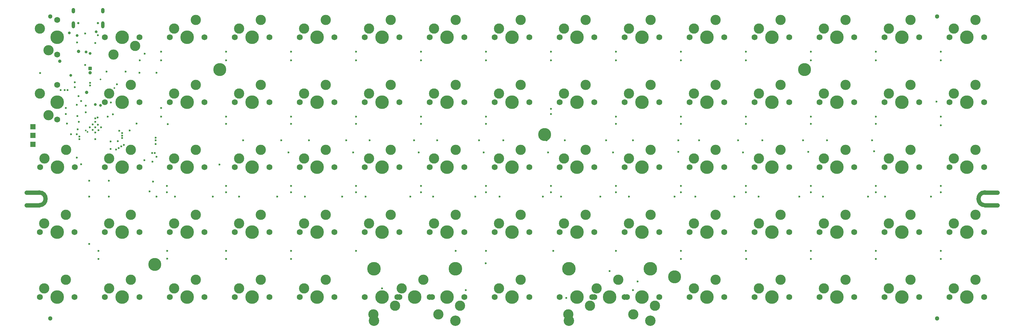
<source format=gbr>
%TF.GenerationSoftware,KiCad,Pcbnew,(6.0.4)*%
%TF.CreationDate,2022-09-08T11:42:32+01:00*%
%TF.ProjectId,nova75,6e6f7661-3735-42e6-9b69-6361645f7063,rev?*%
%TF.SameCoordinates,Original*%
%TF.FileFunction,Soldermask,Top*%
%TF.FilePolarity,Negative*%
%FSLAX46Y46*%
G04 Gerber Fmt 4.6, Leading zero omitted, Abs format (unit mm)*
G04 Created by KiCad (PCBNEW (6.0.4)) date 2022-09-08 11:42:32*
%MOMM*%
%LPD*%
G01*
G04 APERTURE LIST*
G04 Aperture macros list*
%AMRoundRect*
0 Rectangle with rounded corners*
0 $1 Rounding radius*
0 $2 $3 $4 $5 $6 $7 $8 $9 X,Y pos of 4 corners*
0 Add a 4 corners polygon primitive as box body*
4,1,4,$2,$3,$4,$5,$6,$7,$8,$9,$2,$3,0*
0 Add four circle primitives for the rounded corners*
1,1,$1+$1,$2,$3*
1,1,$1+$1,$4,$5*
1,1,$1+$1,$6,$7*
1,1,$1+$1,$8,$9*
0 Add four rect primitives between the rounded corners*
20,1,$1+$1,$2,$3,$4,$5,0*
20,1,$1+$1,$4,$5,$6,$7,0*
20,1,$1+$1,$6,$7,$8,$9,0*
20,1,$1+$1,$8,$9,$2,$3,0*%
G04 Aperture macros list end*
%ADD10C,1.250000*%
%ADD11C,3.000000*%
%ADD12C,1.750000*%
%ADD13C,3.987800*%
%ADD14C,2.200000*%
%ADD15C,3.800000*%
%ADD16C,3.048000*%
%ADD17C,1.300000*%
%ADD18R,1.500000X1.500000*%
%ADD19C,0.650000*%
%ADD20O,1.000000X1.600000*%
%ADD21O,1.000000X2.100000*%
%ADD22C,1.000000*%
%ADD23RoundRect,0.150000X0.350000X0.350000X-0.350000X0.350000X-0.350000X-0.350000X0.350000X-0.350000X0*%
%ADD24C,0.600000*%
%ADD25C,0.800000*%
%ADD26C,0.500000*%
G04 APERTURE END LIST*
D10*
%TO.C,HOLE*%
X28990518Y-109767675D02*
X32699418Y-109767675D01*
X32699418Y-106017675D02*
X28990518Y-106017675D01*
X32699418Y-109767675D02*
G75*
G03*
X32699418Y-106017675I0J1875000D01*
G01*
X309984710Y-109764059D02*
X313693610Y-109764059D01*
X313693610Y-106014059D02*
X309984710Y-106014059D01*
X309984710Y-106014059D02*
G75*
G03*
X309984710Y-109764059I0J-1875000D01*
G01*
%TD*%
D11*
%TO.C,K22*%
X148481700Y-77006330D03*
X154831700Y-74466330D03*
D12*
X147211700Y-79546330D03*
D13*
X152291700Y-79546330D03*
D12*
X157371700Y-79546330D03*
%TD*%
D11*
%TO.C,K20*%
X116731700Y-74466330D03*
D12*
X109111700Y-79546330D03*
X119271700Y-79546330D03*
D11*
X110381700Y-77006330D03*
D13*
X114191700Y-79546330D03*
%TD*%
D12*
%TO.C,K8*%
X166261700Y-60496330D03*
D11*
X173881700Y-55416330D03*
D12*
X176421700Y-60496330D03*
D13*
X171341700Y-60496330D03*
D11*
X167531700Y-57956330D03*
%TD*%
D13*
%TO.C,K71*%
X228491700Y-136696330D03*
D11*
X224681700Y-134156330D03*
D12*
X233571700Y-136696330D03*
D11*
X231031700Y-131616330D03*
D12*
X223411700Y-136696330D03*
%TD*%
D11*
%TO.C,K76*%
X130701700Y-141776330D03*
D13*
X133241700Y-136696330D03*
D12*
X128161700Y-136696330D03*
X138321700Y-136696330D03*
D11*
X137051700Y-139236330D03*
%TD*%
D12*
%TO.C,K23*%
X166261700Y-79546330D03*
D13*
X171341700Y-79546330D03*
D12*
X176421700Y-79546330D03*
D11*
X167531700Y-77006330D03*
X173881700Y-74466330D03*
%TD*%
D12*
%TO.C,K11*%
X223411700Y-60496330D03*
X233571700Y-60496330D03*
D13*
X228491700Y-60496330D03*
D11*
X231031700Y-55416330D03*
X224681700Y-57956330D03*
%TD*%
D14*
%TO.C,H9*%
X218990617Y-130796675D03*
X219366377Y-130796675D03*
X218608281Y-130796675D03*
D15*
X218990617Y-130796675D03*
%TD*%
D12*
%TO.C,K44*%
X280561700Y-98596330D03*
D11*
X281831700Y-96056330D03*
D13*
X285641700Y-98596330D03*
D11*
X288181700Y-93516330D03*
D12*
X290721700Y-98596330D03*
%TD*%
%TO.C,K5*%
X109111700Y-60496330D03*
D11*
X110381700Y-57956330D03*
D12*
X119271700Y-60496330D03*
D13*
X114191700Y-60496330D03*
D11*
X116731700Y-55416330D03*
%TD*%
D12*
%TO.C,K39*%
X195471700Y-98596330D03*
X185311700Y-98596330D03*
D11*
X192931700Y-93516330D03*
X186581700Y-96056330D03*
D13*
X190391700Y-98596330D03*
%TD*%
D11*
%TO.C,K17*%
X53231700Y-77006330D03*
D13*
X57041700Y-79546330D03*
D12*
X51961700Y-79546330D03*
D11*
X59581700Y-74466330D03*
D12*
X62121700Y-79546330D03*
%TD*%
%TO.C,K3*%
X71011700Y-60496330D03*
D11*
X78631700Y-55416330D03*
X72281700Y-57956330D03*
D12*
X81171700Y-60496330D03*
D13*
X76091700Y-60496330D03*
%TD*%
%TO.C,K66*%
X142766700Y-136696330D03*
D16*
X130828700Y-143681330D03*
D13*
X130828700Y-128441330D03*
X154704700Y-128441330D03*
D11*
X145306700Y-131616330D03*
D12*
X137686700Y-136696330D03*
D11*
X138956700Y-134156330D03*
D16*
X154704700Y-143681330D03*
D12*
X147846700Y-136696330D03*
%TD*%
%TO.C,K12*%
X252621700Y-60496330D03*
D11*
X243731700Y-57956330D03*
D12*
X242461700Y-60496330D03*
D13*
X247541700Y-60496330D03*
D11*
X250081700Y-55416330D03*
%TD*%
%TO.C,K49*%
X97681700Y-112566330D03*
X91331700Y-115106330D03*
D13*
X95141700Y-117646330D03*
D12*
X100221700Y-117646330D03*
X90061700Y-117646330D03*
%TD*%
D14*
%TO.C,H2*%
X85990723Y-70017291D03*
X85232627Y-70017291D03*
X85614963Y-70017291D03*
D15*
X85614963Y-70017291D03*
%TD*%
D12*
%TO.C,K43*%
X261511700Y-98596330D03*
X271671700Y-98596330D03*
D11*
X262781700Y-96056330D03*
X269131700Y-93516330D03*
D13*
X266591700Y-98596330D03*
%TD*%
D11*
%TO.C,K45*%
X307231700Y-93516330D03*
D13*
X304691700Y-98596330D03*
D12*
X299611700Y-98596330D03*
X309771700Y-98596330D03*
D11*
X300881700Y-96056330D03*
%TD*%
%TO.C,K34*%
X97681700Y-93516330D03*
D12*
X100221700Y-98596330D03*
D13*
X95141700Y-98596330D03*
D11*
X91331700Y-96056330D03*
D12*
X90061700Y-98596330D03*
%TD*%
D17*
%TO.C,H5*%
X295928700Y-142944330D03*
%TD*%
D11*
%TO.C,K61*%
X34181700Y-134156330D03*
D13*
X37991700Y-136696330D03*
D11*
X40531700Y-131616330D03*
D12*
X32911700Y-136696330D03*
X43071700Y-136696330D03*
%TD*%
D11*
%TO.C,K21*%
X129431700Y-77006330D03*
D12*
X138321700Y-79546330D03*
X128161700Y-79546330D03*
D11*
X135781700Y-74466330D03*
D13*
X133241700Y-79546330D03*
%TD*%
%TO.C,K1*%
X37991700Y-60496330D03*
D11*
X32911700Y-57956330D03*
X35451700Y-64306330D03*
D12*
X37991700Y-55416330D03*
X37991700Y-65576330D03*
%TD*%
D11*
%TO.C,K48*%
X78631700Y-112566330D03*
X72281700Y-115106330D03*
D12*
X71011700Y-117646330D03*
D13*
X76091700Y-117646330D03*
D12*
X81171700Y-117646330D03*
%TD*%
%TO.C,K52*%
X147211700Y-117646330D03*
D11*
X148481700Y-115106330D03*
D12*
X157371700Y-117646330D03*
D13*
X152291700Y-117646330D03*
D11*
X154831700Y-112566330D03*
%TD*%
D12*
%TO.C,K73*%
X271671700Y-136696330D03*
D11*
X269131700Y-131616330D03*
D12*
X261511700Y-136696330D03*
D13*
X266591700Y-136696330D03*
D11*
X262781700Y-134156330D03*
%TD*%
D13*
%TO.C,K41*%
X228491700Y-98596330D03*
D11*
X224681700Y-96056330D03*
D12*
X233571700Y-98596330D03*
X223411700Y-98596330D03*
D11*
X231031700Y-93516330D03*
%TD*%
D17*
%TO.C,H7*%
X295928700Y-54425330D03*
%TD*%
D12*
%TO.C,K2*%
X62121700Y-60496330D03*
X51961700Y-60496330D03*
D11*
X54501700Y-65576330D03*
X60851700Y-63036330D03*
D13*
X57041700Y-60496330D03*
%TD*%
%TO.C,K18*%
X76091700Y-79546330D03*
D11*
X72281700Y-77006330D03*
D12*
X71011700Y-79546330D03*
X81171700Y-79546330D03*
D11*
X78631700Y-74466330D03*
%TD*%
D12*
%TO.C,K7*%
X157371700Y-60496330D03*
D11*
X154831700Y-55416330D03*
D12*
X147211700Y-60496330D03*
D13*
X152291700Y-60496330D03*
D11*
X148481700Y-57956330D03*
%TD*%
D12*
%TO.C,K10*%
X214521700Y-60496330D03*
X204361700Y-60496330D03*
D13*
X209441700Y-60496330D03*
D11*
X211981700Y-55416330D03*
X205631700Y-57956330D03*
%TD*%
D13*
%TO.C,K24*%
X190391700Y-79546330D03*
D11*
X192931700Y-74466330D03*
D12*
X195471700Y-79546330D03*
D11*
X186581700Y-77006330D03*
D12*
X185311700Y-79546330D03*
%TD*%
%TO.C,K30*%
X299611700Y-79546330D03*
D11*
X307231700Y-74466330D03*
X300881700Y-77006330D03*
D12*
X309771700Y-79546330D03*
D13*
X304691700Y-79546330D03*
%TD*%
D12*
%TO.C,K55*%
X214521700Y-117646330D03*
D13*
X209441700Y-117646330D03*
D11*
X211981700Y-112566330D03*
D12*
X204361700Y-117646330D03*
D11*
X205631700Y-115106330D03*
%TD*%
D12*
%TO.C,K59*%
X280561700Y-117646330D03*
D11*
X281831700Y-115106330D03*
X288181700Y-112566330D03*
D12*
X290721700Y-117646330D03*
D13*
X285641700Y-117646330D03*
%TD*%
%TO.C,K62*%
X57041700Y-136696330D03*
D11*
X53231700Y-134156330D03*
D12*
X62121700Y-136696330D03*
X51961700Y-136696330D03*
D11*
X59581700Y-131616330D03*
%TD*%
%TO.C,K58*%
X269131700Y-112566330D03*
X262781700Y-115106330D03*
D12*
X261511700Y-117646330D03*
D13*
X266591700Y-117646330D03*
D12*
X271671700Y-117646330D03*
%TD*%
D11*
%TO.C,K37*%
X148481700Y-96056330D03*
D12*
X147211700Y-98596330D03*
D11*
X154831700Y-93516330D03*
D13*
X152291700Y-98596330D03*
D12*
X157371700Y-98596330D03*
%TD*%
D11*
%TO.C,K54*%
X186581700Y-115106330D03*
X192931700Y-112566330D03*
D13*
X190391700Y-117646330D03*
D12*
X185311700Y-117646330D03*
X195471700Y-117646330D03*
%TD*%
%TO.C,K15*%
X309771700Y-60496330D03*
D11*
X300881700Y-57956330D03*
D12*
X299611700Y-60496330D03*
D11*
X307231700Y-55416330D03*
D13*
X304691700Y-60496330D03*
%TD*%
D11*
%TO.C,K33*%
X78631700Y-93516330D03*
D13*
X76091700Y-98596330D03*
D11*
X72281700Y-96056330D03*
D12*
X81171700Y-98596330D03*
X71011700Y-98596330D03*
%TD*%
%TO.C,K31*%
X32984433Y-98592690D03*
X43144433Y-98592690D03*
D13*
X38064433Y-98592690D03*
D11*
X34254433Y-96052690D03*
X40604433Y-93512690D03*
%TD*%
D12*
%TO.C,K38*%
X166261700Y-98596330D03*
D13*
X171341700Y-98596330D03*
D12*
X176421700Y-98596330D03*
D11*
X167531700Y-96056330D03*
X173881700Y-93516330D03*
%TD*%
D12*
%TO.C,K4*%
X90061700Y-60496330D03*
D13*
X95141700Y-60496330D03*
D11*
X97681700Y-55416330D03*
X91331700Y-57956330D03*
D12*
X100221700Y-60496330D03*
%TD*%
D11*
%TO.C,K27*%
X243731700Y-77006330D03*
D12*
X252621700Y-79546330D03*
D11*
X250081700Y-74466330D03*
D12*
X242461700Y-79546330D03*
D13*
X247541700Y-79546330D03*
%TD*%
D11*
%TO.C,K14*%
X281831700Y-57956330D03*
D13*
X285641700Y-60496330D03*
D11*
X288181700Y-55416330D03*
D12*
X290721700Y-60496330D03*
X280561700Y-60496330D03*
%TD*%
D11*
%TO.C,K28*%
X269131700Y-74466330D03*
D12*
X261511700Y-79546330D03*
D13*
X266591700Y-79546330D03*
D11*
X262781700Y-77006330D03*
D12*
X271671700Y-79546330D03*
%TD*%
%TO.C,K70*%
X204361700Y-136696330D03*
D11*
X213251700Y-139236330D03*
X206901700Y-141776330D03*
D12*
X214521700Y-136696330D03*
D13*
X209441700Y-136696330D03*
%TD*%
D12*
%TO.C,K60*%
X309771700Y-117646330D03*
D13*
X304691700Y-117646330D03*
D11*
X307231700Y-112566330D03*
D12*
X299611700Y-117646330D03*
D11*
X300881700Y-115106330D03*
%TD*%
D12*
%TO.C,K6*%
X128161700Y-60496330D03*
D11*
X129431700Y-57956330D03*
D12*
X138321700Y-60496330D03*
D13*
X133241700Y-60496330D03*
D11*
X135781700Y-55416330D03*
%TD*%
D12*
%TO.C,K75*%
X299611700Y-136696330D03*
D13*
X304691700Y-136696330D03*
D11*
X307231700Y-131616330D03*
D12*
X309771700Y-136696330D03*
D11*
X300881700Y-134156330D03*
%TD*%
%TO.C,K19*%
X91331700Y-77006330D03*
D12*
X90061700Y-79546330D03*
D13*
X95141700Y-79546330D03*
D12*
X100221700Y-79546330D03*
D11*
X97681700Y-74466330D03*
%TD*%
D16*
%TO.C,K69*%
X187978700Y-143681330D03*
D13*
X199916700Y-136696330D03*
X211854700Y-128441330D03*
X187978700Y-128441330D03*
D11*
X196106700Y-134156330D03*
D12*
X194836700Y-136696330D03*
D16*
X211854700Y-143681330D03*
D12*
X204996700Y-136696330D03*
D11*
X202456700Y-131616330D03*
%TD*%
%TO.C,K25*%
X205631700Y-77006330D03*
D12*
X214521700Y-79546330D03*
D13*
X209441700Y-79546330D03*
D12*
X204361700Y-79546330D03*
D11*
X211981700Y-74466330D03*
%TD*%
D12*
%TO.C,K68*%
X176421700Y-136696330D03*
D11*
X173881700Y-131616330D03*
D13*
X171341700Y-136696330D03*
D12*
X166261700Y-136696330D03*
D11*
X167531700Y-134156330D03*
%TD*%
%TO.C,K13*%
X262781700Y-57956330D03*
D12*
X271671700Y-60496330D03*
X261511700Y-60496330D03*
D13*
X266591700Y-60496330D03*
D11*
X269131700Y-55416330D03*
%TD*%
D12*
%TO.C,K53*%
X166261700Y-117646330D03*
X176421700Y-117646330D03*
D11*
X167531700Y-115106330D03*
D13*
X171341700Y-117646330D03*
D11*
X173881700Y-112566330D03*
%TD*%
D12*
%TO.C,K74*%
X280561700Y-136696330D03*
D13*
X285641700Y-136696330D03*
D12*
X290721700Y-136696330D03*
D11*
X281831700Y-134156330D03*
X288181700Y-131616330D03*
%TD*%
%TO.C,K51*%
X135781700Y-112566330D03*
D12*
X128161700Y-117646330D03*
X138321700Y-117646330D03*
D11*
X129431700Y-115106330D03*
D13*
X133241700Y-117646330D03*
%TD*%
D17*
%TO.C,H1*%
X35959700Y-54425330D03*
%TD*%
D14*
%TO.C,H8*%
X257066377Y-69984605D03*
X256684041Y-69984605D03*
X257442137Y-69984605D03*
D15*
X257066377Y-69984605D03*
%TD*%
D11*
%TO.C,K64*%
X91331700Y-134156330D03*
X97681700Y-131616330D03*
D12*
X100221700Y-136696330D03*
X90061700Y-136696330D03*
D13*
X95141700Y-136696330D03*
%TD*%
D11*
%TO.C,K56*%
X231031700Y-112566330D03*
D13*
X228491700Y-117646330D03*
D12*
X233571700Y-117646330D03*
D11*
X224681700Y-115106330D03*
D12*
X223411700Y-117646330D03*
%TD*%
D11*
%TO.C,K72*%
X250081700Y-131616330D03*
D12*
X252621700Y-136696330D03*
D13*
X247541700Y-136696330D03*
D12*
X242461700Y-136696330D03*
D11*
X243731700Y-134156330D03*
%TD*%
D14*
%TO.C,H4*%
X180870757Y-89073713D03*
X181246517Y-89073713D03*
X180488421Y-89073713D03*
D15*
X180870757Y-89073713D03*
%TD*%
D11*
%TO.C,K47*%
X59581700Y-112566330D03*
D12*
X51961700Y-117646330D03*
X62121700Y-117646330D03*
D11*
X53231700Y-115106330D03*
D13*
X57041700Y-117646330D03*
%TD*%
D11*
%TO.C,K67*%
X149751700Y-141776330D03*
D12*
X157371700Y-136696330D03*
D11*
X156101700Y-139236330D03*
D12*
X147211700Y-136696330D03*
D13*
X152291700Y-136696330D03*
%TD*%
%TO.C,K77*%
X190391700Y-136696330D03*
D12*
X195471700Y-136696330D03*
X185311700Y-136696330D03*
D11*
X194201700Y-139236330D03*
X187851700Y-141776330D03*
%TD*%
%TO.C,K29*%
X288181700Y-74466330D03*
D13*
X285641700Y-79546330D03*
D11*
X281831700Y-77006330D03*
D12*
X290721700Y-79546330D03*
X280561700Y-79546330D03*
%TD*%
D13*
%TO.C,K35*%
X114191700Y-98596330D03*
D11*
X116731700Y-93516330D03*
X110381700Y-96056330D03*
D12*
X119271700Y-98596330D03*
X109111700Y-98596330D03*
%TD*%
D14*
%TO.C,H6*%
X66942782Y-127163469D03*
X66184686Y-127163469D03*
X66567022Y-127163469D03*
D15*
X66567022Y-127163469D03*
%TD*%
D11*
%TO.C,K46*%
X40531700Y-112566330D03*
X34181700Y-115106330D03*
D12*
X43071700Y-117646330D03*
D13*
X37991700Y-117646330D03*
D12*
X32911700Y-117646330D03*
%TD*%
D11*
%TO.C,K9*%
X186581700Y-57956330D03*
D12*
X185311700Y-60496330D03*
X195471700Y-60496330D03*
D11*
X192931700Y-55416330D03*
D13*
X190391700Y-60496330D03*
%TD*%
D12*
%TO.C,K16*%
X37991700Y-74466330D03*
D11*
X35451700Y-83356330D03*
D13*
X37991700Y-79546330D03*
D11*
X32911700Y-77006330D03*
D12*
X37991700Y-84626330D03*
%TD*%
D11*
%TO.C,K63*%
X78631700Y-131616330D03*
D13*
X76091700Y-136696330D03*
D11*
X72281700Y-134156330D03*
D12*
X71011700Y-136696330D03*
X81171700Y-136696330D03*
%TD*%
D11*
%TO.C,K26*%
X224681700Y-77006330D03*
D12*
X223411700Y-79546330D03*
D13*
X228491700Y-79546330D03*
D11*
X231031700Y-74466330D03*
D12*
X233571700Y-79546330D03*
%TD*%
D17*
%TO.C,H3*%
X35959700Y-142944330D03*
%TD*%
D11*
%TO.C,K42*%
X243731700Y-96056330D03*
D12*
X252621700Y-98596330D03*
D13*
X247541700Y-98596330D03*
D12*
X242461700Y-98596330D03*
D11*
X250081700Y-93516330D03*
%TD*%
D13*
%TO.C,K40*%
X209441700Y-98596330D03*
D12*
X204361700Y-98596330D03*
D11*
X205631700Y-96056330D03*
X211981700Y-93516330D03*
D12*
X214521700Y-98596330D03*
%TD*%
D13*
%TO.C,K65*%
X114191700Y-136696330D03*
D11*
X116731700Y-131616330D03*
D12*
X119271700Y-136696330D03*
X109111700Y-136696330D03*
D11*
X110381700Y-134156330D03*
%TD*%
%TO.C,K32*%
X53231700Y-96056330D03*
D12*
X62121700Y-98596330D03*
X51961700Y-98596330D03*
D11*
X59581700Y-93516330D03*
D13*
X57041700Y-98596330D03*
%TD*%
D11*
%TO.C,K50*%
X110381700Y-115106330D03*
X116731700Y-112566330D03*
D12*
X109111700Y-117646330D03*
D13*
X114191700Y-117646330D03*
D12*
X119271700Y-117646330D03*
%TD*%
%TO.C,K57*%
X242461700Y-117646330D03*
D11*
X250081700Y-112566330D03*
D12*
X252621700Y-117646330D03*
D11*
X243731700Y-115106330D03*
D13*
X247541700Y-117646330D03*
%TD*%
%TO.C,K36*%
X133241700Y-98596330D03*
D11*
X135781700Y-93516330D03*
D12*
X138321700Y-98596330D03*
D11*
X129431700Y-96056330D03*
D12*
X128161700Y-98596330D03*
%TD*%
D18*
%TO.C,TP6*%
X30888613Y-86756059D03*
%TD*%
%TO.C,TP7*%
X30888613Y-89315988D03*
%TD*%
D19*
%TO.C,J1*%
X49939181Y-56338330D03*
X44159181Y-56338330D03*
D20*
X51369181Y-52688330D03*
X42729181Y-52688330D03*
D21*
X42729181Y-56868330D03*
X51369181Y-56868330D03*
%TD*%
D22*
%TO.C,TP8*%
X38753700Y-67506330D03*
%TD*%
D18*
%TO.C,TP5*%
X30888613Y-91875917D03*
%TD*%
D22*
%TO.C,TP9*%
X46627700Y-76650330D03*
%TD*%
%TO.C,TP26*%
X44239268Y-64669721D03*
%TD*%
D23*
%TO.C,J2*%
X47643700Y-69665330D03*
D22*
X47643700Y-70935330D03*
%TD*%
D24*
X44481847Y-89614580D03*
X49823946Y-84027455D03*
X49154461Y-84296862D03*
X52760104Y-83743470D03*
X39007700Y-76015330D03*
X33000000Y-71000000D03*
X47643700Y-73856330D03*
D25*
X47643700Y-65220330D03*
X50691700Y-80460330D03*
X49167700Y-80206330D03*
X46455564Y-64807610D03*
D24*
X44341877Y-85283970D03*
X44214700Y-77793330D03*
X40182200Y-76015330D03*
X70376700Y-86000000D03*
X47643700Y-74612830D03*
X55517700Y-74342830D03*
X44976700Y-97732330D03*
X43706700Y-95827330D03*
X65804700Y-94430330D03*
X65931700Y-96970330D03*
X43106576Y-75142330D03*
X62191700Y-67242330D03*
X50091700Y-123142330D03*
X41025200Y-76015330D03*
X50091700Y-125500000D03*
X66058700Y-102812330D03*
X63645700Y-65347330D03*
X65042700Y-105733330D03*
X67091700Y-95542330D03*
X68471700Y-83762330D03*
X68471700Y-64712330D03*
X70122700Y-104082330D03*
X66566700Y-94430330D03*
X68471700Y-67252330D03*
X68471700Y-81222330D03*
X70249700Y-125418330D03*
X70249700Y-123132330D03*
X70122700Y-106000000D03*
X87521700Y-85912830D03*
X87521700Y-104082330D03*
X87521700Y-83762330D03*
X87521700Y-125500000D03*
X87521700Y-64712330D03*
X87521700Y-106000000D03*
X87521700Y-67252330D03*
X53612700Y-93246537D03*
X87521700Y-123132330D03*
X85591700Y-97842330D03*
X106571700Y-106000000D03*
X106571700Y-64712330D03*
X106571700Y-125500000D03*
X105791700Y-94242330D03*
X106571700Y-67252330D03*
X106571700Y-123132330D03*
X106571700Y-83762330D03*
X106571700Y-104082330D03*
X55243077Y-93437262D03*
X106571700Y-85912830D03*
X125621700Y-64712330D03*
X125621700Y-104082330D03*
X125621700Y-83762330D03*
X124791700Y-94242330D03*
X56012107Y-92991263D03*
X125621700Y-85912830D03*
X125621700Y-123132330D03*
X125621700Y-106000000D03*
X133241700Y-134181330D03*
X125621700Y-67252330D03*
X144671700Y-64712330D03*
X144671700Y-67252330D03*
X144671700Y-85912830D03*
X157752700Y-134689330D03*
X144671700Y-83762330D03*
X143991700Y-94242330D03*
X56750604Y-92468417D03*
X154831700Y-123132330D03*
X144671700Y-104082330D03*
X144671700Y-106000000D03*
X206774700Y-134689330D03*
X208171700Y-132149330D03*
X57549700Y-92047561D03*
X163721700Y-85912830D03*
X163721700Y-123132330D03*
X163721700Y-83762330D03*
X163721700Y-104082330D03*
X162991700Y-94242330D03*
X163721700Y-106000000D03*
X163721700Y-67252330D03*
X163721700Y-64712330D03*
X163594700Y-126815330D03*
X182771700Y-106000000D03*
X66820700Y-91816817D03*
X183406700Y-123132330D03*
X182771700Y-67252330D03*
X182771700Y-104082330D03*
X182771700Y-83000330D03*
X181891700Y-94242330D03*
X187216700Y-136975330D03*
X182771700Y-64712330D03*
X182771700Y-81476330D03*
X201821700Y-85912830D03*
X201821700Y-67252330D03*
X201821700Y-83762330D03*
X201821700Y-64712330D03*
X55737865Y-90988550D03*
X201821700Y-123132330D03*
X201821700Y-106000000D03*
X201821700Y-104082330D03*
X199916700Y-129101330D03*
X200991700Y-94242330D03*
X220091700Y-94142330D03*
X220871700Y-64712330D03*
X220871700Y-106000000D03*
X220871700Y-104082330D03*
X66820700Y-90747330D03*
X220871700Y-85912830D03*
X220871700Y-125500000D03*
X220871700Y-67252330D03*
X220871700Y-123132330D03*
X220871700Y-83762330D03*
X239921700Y-85912830D03*
X239921700Y-64712330D03*
X66820700Y-89985330D03*
X239921700Y-83762330D03*
X239921700Y-67252330D03*
X239921700Y-123132330D03*
X239921700Y-104082330D03*
X239091700Y-94242330D03*
X239921700Y-106000000D03*
X240000000Y-125500000D03*
X258971700Y-83762330D03*
X57041700Y-90088470D03*
X258971700Y-85912830D03*
X258191700Y-94142330D03*
X258971700Y-64712330D03*
X258971700Y-104082330D03*
X258971700Y-67252330D03*
X258971700Y-123132330D03*
X259000000Y-125500000D03*
X258971700Y-106000000D03*
X278021700Y-64712330D03*
X278021700Y-85912830D03*
X57041700Y-89338967D03*
X278021700Y-123132330D03*
X278021700Y-83762330D03*
X278021700Y-67252330D03*
X278021700Y-125500000D03*
X278021700Y-104082330D03*
X278021700Y-106000000D03*
X277491700Y-93942330D03*
X295791700Y-79342330D03*
X297071700Y-67252330D03*
X297071700Y-64712330D03*
X297071700Y-106000000D03*
X57041700Y-88589464D03*
X297071700Y-86302330D03*
X297071700Y-83762330D03*
X297071700Y-125500000D03*
X297071700Y-104082330D03*
X297071700Y-123132330D03*
D26*
X46394973Y-87847603D03*
X46869913Y-88307087D03*
X50691700Y-72840330D03*
X54755700Y-75380330D03*
D25*
X41928700Y-71697330D03*
X49428681Y-58870330D03*
X43833700Y-60013330D03*
D24*
X43106576Y-73750830D03*
X43961946Y-87537455D03*
X237635700Y-90747330D03*
X53104700Y-102558330D03*
X92474700Y-90747330D03*
X141496700Y-107257330D03*
X256685700Y-90747330D03*
X58057700Y-70554330D03*
X50073517Y-87736500D03*
X47389700Y-102558330D03*
X46214546Y-59391915D03*
X53612877Y-91107955D03*
X198900700Y-90747330D03*
X122700700Y-90747330D03*
X91331700Y-107257330D03*
X263670700Y-90747330D03*
X49188946Y-90377455D03*
X275735700Y-107257330D03*
X294150700Y-107257330D03*
X83584700Y-107257330D03*
X205631700Y-107257330D03*
X220109700Y-90747330D03*
X54293196Y-83120984D03*
X46373877Y-80584970D03*
X63518700Y-96589330D03*
X44468877Y-90363970D03*
X43729112Y-80310918D03*
X52469700Y-70554330D03*
X42002946Y-88991455D03*
X49929700Y-59886330D03*
X276878700Y-90747330D03*
X103650700Y-90747330D03*
X43706877Y-88966970D03*
X67074700Y-107257330D03*
X59200877Y-87823970D03*
D25*
X41547700Y-59251330D03*
D24*
X67074700Y-70935330D03*
X225062700Y-107257330D03*
X102507700Y-107257330D03*
X49188946Y-88472455D03*
X44976700Y-79190330D03*
X48426946Y-86059455D03*
X49181748Y-86884661D03*
X121557700Y-107257330D03*
X46208604Y-68642983D03*
X47537946Y-86948455D03*
X129558700Y-90747330D03*
X255542700Y-107257330D03*
X40500200Y-81222330D03*
X40824946Y-85851989D03*
X43918674Y-83580273D03*
X62121700Y-70935330D03*
X180358700Y-107257330D03*
X40531700Y-83013970D03*
X243604700Y-107257330D03*
X43833700Y-62045330D03*
X181501700Y-90747330D03*
X49188946Y-85297455D03*
X56152877Y-87950970D03*
X48383149Y-87683260D03*
X226205700Y-90747330D03*
X47389700Y-107257330D03*
X186835700Y-90747330D03*
X128415700Y-107257330D03*
X53104700Y-107257330D03*
X168801700Y-90747330D03*
X53739700Y-79670330D03*
X185692700Y-107257330D03*
X46373877Y-82489970D03*
X149370700Y-90747330D03*
X244747700Y-90747330D03*
X72535700Y-107257330D03*
X218966700Y-107257330D03*
X49953728Y-86139302D03*
X50818877Y-86924591D03*
X161689700Y-90747330D03*
X47389700Y-121100330D03*
X49167700Y-62172330D03*
X236492700Y-107257330D03*
X197249700Y-107257330D03*
X262527700Y-107257330D03*
X61232877Y-85791970D03*
X142639700Y-90747330D03*
X111778700Y-90747330D03*
X206774700Y-90747330D03*
X110635700Y-107257330D03*
X148227700Y-107257330D03*
X167658700Y-107257330D03*
X280688700Y-107257330D03*
X160546700Y-107257330D03*
M02*

</source>
